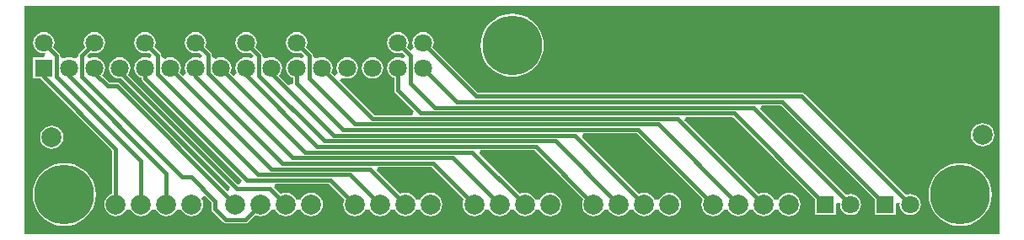
<source format=gtl>
G04 Layer_Physical_Order=1*
G04 Layer_Color=255*
%FSLAX25Y25*%
%MOIN*%
G70*
G01*
G75*
%ADD10C,0.01575*%
%ADD11R,0.07087X0.07087*%
%ADD12C,0.07087*%
%ADD13C,0.07874*%
%ADD14C,0.23622*%
%ADD15C,0.07874*%
G36*
X385827Y0D02*
X0D01*
Y90551D01*
X385827D01*
Y0D01*
D02*
G37*
%LPC*%
G36*
X10827Y42992D02*
X9635Y42835D01*
X8524Y42375D01*
X7570Y41643D01*
X6838Y40689D01*
X6377Y39578D01*
X6221Y38386D01*
X6377Y37194D01*
X6838Y36083D01*
X7570Y35129D01*
X8524Y34397D01*
X9635Y33937D01*
X10827Y33779D01*
X12019Y33937D01*
X13130Y34397D01*
X14084Y35129D01*
X14816Y36083D01*
X15276Y37194D01*
X15433Y38386D01*
X15276Y39578D01*
X14816Y40689D01*
X14084Y41643D01*
X13130Y42375D01*
X12019Y42835D01*
X10827Y42992D01*
D02*
G37*
G36*
X370079Y28227D02*
X368127Y28074D01*
X366222Y27617D01*
X364413Y26867D01*
X362744Y25844D01*
X361255Y24572D01*
X359983Y23083D01*
X358960Y21414D01*
X358210Y19604D01*
X357753Y17700D01*
X357599Y15748D01*
X357753Y13796D01*
X358210Y11892D01*
X358960Y10083D01*
X359983Y8413D01*
X361255Y6924D01*
X362744Y5652D01*
X364413Y4629D01*
X366222Y3880D01*
X368127Y3422D01*
X370079Y3269D01*
X372031Y3422D01*
X373935Y3880D01*
X375744Y4629D01*
X377414Y5652D01*
X378903Y6924D01*
X380175Y8413D01*
X381198Y10083D01*
X381947Y11892D01*
X382405Y13796D01*
X382558Y15748D01*
X382405Y17700D01*
X381947Y19604D01*
X381198Y21414D01*
X380175Y23083D01*
X378903Y24572D01*
X377414Y25844D01*
X375744Y26867D01*
X373935Y27617D01*
X372031Y28074D01*
X370079Y28227D01*
D02*
G37*
G36*
X15748D02*
X13796Y28074D01*
X11892Y27617D01*
X10083Y26867D01*
X8413Y25844D01*
X6924Y24572D01*
X5652Y23083D01*
X4629Y21414D01*
X3880Y19604D01*
X3422Y17700D01*
X3269Y15748D01*
X3422Y13796D01*
X3880Y11892D01*
X4629Y10083D01*
X5652Y8413D01*
X6924Y6924D01*
X8413Y5652D01*
X10083Y4629D01*
X11892Y3880D01*
X13796Y3422D01*
X15748Y3269D01*
X17700Y3422D01*
X19604Y3880D01*
X21414Y4629D01*
X23083Y5652D01*
X24572Y6924D01*
X25844Y8413D01*
X26867Y10083D01*
X27617Y11892D01*
X28074Y13796D01*
X28227Y15748D01*
X28074Y17700D01*
X27617Y19604D01*
X26867Y21414D01*
X25844Y23083D01*
X24572Y24572D01*
X23083Y25844D01*
X21414Y26867D01*
X19604Y27617D01*
X17700Y28074D01*
X15748Y28227D01*
D02*
G37*
G36*
X192913Y87283D02*
X190961Y87129D01*
X189057Y86672D01*
X187248Y85922D01*
X185578Y84899D01*
X184089Y83627D01*
X182817Y82138D01*
X181794Y80469D01*
X181045Y78660D01*
X180588Y76755D01*
X180434Y74803D01*
X180588Y72851D01*
X181045Y70947D01*
X181794Y69138D01*
X182817Y67468D01*
X184089Y65979D01*
X185578Y64707D01*
X187248Y63684D01*
X189057Y62935D01*
X190961Y62477D01*
X192913Y62324D01*
X194866Y62477D01*
X196770Y62935D01*
X198579Y63684D01*
X200249Y64707D01*
X201738Y65979D01*
X203010Y67468D01*
X204033Y69138D01*
X204782Y70947D01*
X205239Y72851D01*
X205393Y74803D01*
X205239Y76755D01*
X204782Y78660D01*
X204033Y80469D01*
X203010Y82138D01*
X201738Y83627D01*
X200249Y84899D01*
X198579Y85922D01*
X196770Y86672D01*
X194866Y87129D01*
X192913Y87283D01*
D02*
G37*
G36*
X157677Y80075D02*
X156588Y79932D01*
X155573Y79511D01*
X154701Y78843D01*
X154032Y77971D01*
X153611Y76956D01*
X153468Y75866D01*
X153611Y74777D01*
X154032Y73762D01*
X152782Y72805D01*
X151470Y74117D01*
X151743Y74777D01*
X151886Y75866D01*
X151743Y76956D01*
X151322Y77971D01*
X150654Y78843D01*
X149782Y79511D01*
X148767Y79932D01*
X147677Y80075D01*
X146588Y79932D01*
X145573Y79511D01*
X144701Y78843D01*
X144032Y77971D01*
X143611Y76956D01*
X143468Y75866D01*
X143611Y74777D01*
X144032Y73762D01*
X144701Y72890D01*
X145573Y72221D01*
X146588Y71800D01*
X147677Y71657D01*
X148767Y71800D01*
X149426Y72074D01*
X150738Y70762D01*
X149782Y69511D01*
X148767Y69932D01*
X147677Y70075D01*
X146588Y69932D01*
X145573Y69511D01*
X144701Y68843D01*
X144032Y67971D01*
X143611Y66956D01*
X143468Y65866D01*
X143611Y64777D01*
X144032Y63762D01*
X144701Y62890D01*
X145573Y62221D01*
X146232Y61948D01*
Y57047D01*
X146342Y56494D01*
X146655Y56025D01*
X153993Y48687D01*
X153391Y47232D01*
X138355D01*
X124616Y60971D01*
X125573Y62221D01*
X126588Y61800D01*
X127677Y61657D01*
X128767Y61800D01*
X129782Y62221D01*
X130654Y62890D01*
X131323Y63762D01*
X131743Y64777D01*
X131886Y65866D01*
X131743Y66956D01*
X131323Y67971D01*
X130654Y68843D01*
X129782Y69511D01*
X128767Y69932D01*
X127677Y70075D01*
X126588Y69932D01*
X125573Y69511D01*
X124701Y68843D01*
X124032Y67971D01*
X123611Y66956D01*
X123468Y65866D01*
X123611Y64777D01*
X124032Y63762D01*
X122782Y62805D01*
X121470Y64117D01*
X121743Y64777D01*
X121886Y65866D01*
X121743Y66956D01*
X121323Y67971D01*
X120654Y68843D01*
X119782Y69511D01*
X118767Y69932D01*
X117677Y70075D01*
X116588Y69932D01*
X115736Y69579D01*
X115102Y69813D01*
X114162Y70414D01*
Y70827D01*
X114052Y71380D01*
X113738Y71849D01*
X111470Y74117D01*
X111743Y74777D01*
X111886Y75866D01*
X111743Y76956D01*
X111322Y77971D01*
X110654Y78843D01*
X109782Y79511D01*
X108767Y79932D01*
X107677Y80075D01*
X106588Y79932D01*
X105573Y79511D01*
X104701Y78843D01*
X104032Y77971D01*
X103611Y76956D01*
X103468Y75866D01*
X103611Y74777D01*
X104032Y73762D01*
X104701Y72890D01*
X105573Y72221D01*
X106588Y71800D01*
X107677Y71657D01*
X108767Y71800D01*
X109426Y72074D01*
X110738Y70762D01*
X109782Y69511D01*
X108767Y69932D01*
X107677Y70075D01*
X106588Y69932D01*
X105573Y69511D01*
X104701Y68843D01*
X104032Y67971D01*
X103611Y66956D01*
X103468Y65866D01*
X103611Y64777D01*
X104032Y63762D01*
X104701Y62890D01*
X105573Y62221D01*
X106232Y61948D01*
Y59744D01*
X104753Y59106D01*
X104402Y59059D01*
X100648Y62813D01*
X100654Y62890D01*
X101322Y63762D01*
X101743Y64777D01*
X101886Y65866D01*
X101743Y66956D01*
X101322Y67971D01*
X100654Y68843D01*
X99782Y69511D01*
X98767Y69932D01*
X97677Y70075D01*
X96588Y69932D01*
X95736Y69579D01*
X95102Y69813D01*
X94162Y70414D01*
Y70827D01*
X94052Y71380D01*
X93738Y71849D01*
X91470Y74117D01*
X91743Y74777D01*
X91886Y75866D01*
X91743Y76956D01*
X91322Y77971D01*
X90654Y78843D01*
X89782Y79511D01*
X88767Y79932D01*
X87677Y80075D01*
X86588Y79932D01*
X85573Y79511D01*
X84701Y78843D01*
X84032Y77971D01*
X83611Y76956D01*
X83468Y75866D01*
X83611Y74777D01*
X84032Y73762D01*
X84701Y72890D01*
X85573Y72221D01*
X86588Y71800D01*
X87677Y71657D01*
X88767Y71800D01*
X89426Y72074D01*
X90738Y70762D01*
X89782Y69511D01*
X88767Y69932D01*
X87677Y70075D01*
X86588Y69932D01*
X85573Y69511D01*
X84701Y68843D01*
X84032Y67971D01*
X83611Y66956D01*
X83468Y65866D01*
X83611Y64777D01*
X84032Y63762D01*
X82782Y62805D01*
X81470Y64117D01*
X81743Y64777D01*
X81886Y65866D01*
X81743Y66956D01*
X81322Y67971D01*
X80654Y68843D01*
X79782Y69511D01*
X78767Y69932D01*
X77677Y70075D01*
X76588Y69932D01*
X75573Y69511D01*
X74083Y70353D01*
Y70906D01*
X73973Y71459D01*
X73660Y71927D01*
X71470Y74117D01*
X71743Y74777D01*
X71886Y75866D01*
X71743Y76956D01*
X71323Y77971D01*
X70654Y78843D01*
X69782Y79511D01*
X68767Y79932D01*
X67677Y80075D01*
X66588Y79932D01*
X65573Y79511D01*
X64701Y78843D01*
X64032Y77971D01*
X63611Y76956D01*
X63468Y75866D01*
X63611Y74777D01*
X64032Y73762D01*
X64701Y72890D01*
X65573Y72221D01*
X66588Y71800D01*
X67677Y71657D01*
X68767Y71800D01*
X69129Y71951D01*
X70244Y70833D01*
X69709Y69613D01*
X69618Y69579D01*
X68767Y69932D01*
X67677Y70075D01*
X66588Y69932D01*
X65573Y69511D01*
X64701Y68843D01*
X64032Y67971D01*
X63611Y66956D01*
X63468Y65866D01*
X63611Y64777D01*
X64032Y63762D01*
X62782Y62805D01*
X61470Y64117D01*
X61743Y64777D01*
X61886Y65866D01*
X61743Y66956D01*
X61322Y67971D01*
X60654Y68843D01*
X59782Y69511D01*
X58767Y69932D01*
X57677Y70075D01*
X56588Y69932D01*
X55573Y69511D01*
X54103Y70368D01*
Y70886D01*
X53993Y71439D01*
X53679Y71908D01*
X51470Y74117D01*
X51743Y74777D01*
X51886Y75866D01*
X51743Y76956D01*
X51323Y77971D01*
X50654Y78843D01*
X49782Y79511D01*
X48767Y79932D01*
X47677Y80075D01*
X46588Y79932D01*
X45573Y79511D01*
X44701Y78843D01*
X44032Y77971D01*
X43611Y76956D01*
X43468Y75866D01*
X43611Y74777D01*
X44032Y73762D01*
X44701Y72890D01*
X45573Y72221D01*
X46588Y71800D01*
X47677Y71657D01*
X48767Y71800D01*
X49227Y71991D01*
X50313Y70903D01*
X49730Y69604D01*
X49638Y69571D01*
X48767Y69932D01*
X47677Y70075D01*
X46588Y69932D01*
X45573Y69511D01*
X44701Y68843D01*
X44032Y67971D01*
X43611Y66956D01*
X43468Y65866D01*
X43611Y64777D01*
X44032Y63762D01*
X44701Y62890D01*
X45573Y62221D01*
X46232Y61948D01*
Y61870D01*
X46342Y61317D01*
X46655Y60848D01*
X85952Y21551D01*
X85352Y19978D01*
X84266Y19844D01*
X40900Y63211D01*
X41322Y63762D01*
X41743Y64777D01*
X41886Y65866D01*
X41743Y66956D01*
X41322Y67971D01*
X40654Y68843D01*
X39782Y69511D01*
X38767Y69932D01*
X37677Y70075D01*
X36588Y69932D01*
X35573Y69511D01*
X34701Y68843D01*
X34032Y67971D01*
X33611Y66956D01*
X33468Y65866D01*
X33611Y64777D01*
X34032Y63762D01*
X34701Y62890D01*
X35573Y62221D01*
X36588Y61800D01*
X37677Y61657D01*
X38286Y61737D01*
X81283Y18740D01*
X80787Y17009D01*
X80368Y16912D01*
X37597Y59683D01*
X37128Y59996D01*
X36575Y60106D01*
X33473D01*
X30669Y62910D01*
X31323Y63762D01*
X31743Y64777D01*
X31886Y65866D01*
X31743Y66956D01*
X31323Y67971D01*
X30654Y68843D01*
X29782Y69511D01*
X28767Y69932D01*
X27677Y70075D01*
X26588Y69932D01*
X25573Y69511D01*
X24616Y70762D01*
X25928Y72074D01*
X26588Y71800D01*
X27677Y71657D01*
X28767Y71800D01*
X29782Y72221D01*
X30654Y72890D01*
X31323Y73762D01*
X31743Y74777D01*
X31886Y75866D01*
X31743Y76956D01*
X31323Y77971D01*
X30654Y78843D01*
X29782Y79511D01*
X28767Y79932D01*
X27677Y80075D01*
X26588Y79932D01*
X25573Y79511D01*
X24701Y78843D01*
X24032Y77971D01*
X23611Y76956D01*
X23468Y75866D01*
X23611Y74777D01*
X23885Y74117D01*
X21616Y71849D01*
X21303Y71380D01*
X21193Y70827D01*
Y70414D01*
X20253Y69813D01*
X19618Y69579D01*
X18767Y69932D01*
X17677Y70075D01*
X16588Y69932D01*
X15717Y69571D01*
X15143Y69778D01*
X14142Y70399D01*
Y70846D01*
X14032Y71399D01*
X13719Y71868D01*
X11470Y74117D01*
X11743Y74777D01*
X11886Y75866D01*
X11743Y76956D01*
X11322Y77971D01*
X10654Y78843D01*
X9782Y79511D01*
X8767Y79932D01*
X7677Y80075D01*
X6588Y79932D01*
X5573Y79511D01*
X4701Y78843D01*
X4032Y77971D01*
X3611Y76956D01*
X3468Y75866D01*
X3611Y74777D01*
X4032Y73762D01*
X4701Y72890D01*
X5573Y72221D01*
X6588Y71800D01*
X7677Y71657D01*
X8229Y71730D01*
X8341Y71614D01*
X7675Y70039D01*
X3504D01*
Y61693D01*
X6380D01*
X6655Y61281D01*
X34736Y33201D01*
Y16156D01*
X33878Y15800D01*
X32924Y15068D01*
X32192Y14114D01*
X31732Y13003D01*
X31575Y11811D01*
X31732Y10619D01*
X32192Y9508D01*
X32924Y8554D01*
X33878Y7822D01*
X34989Y7362D01*
X36181Y7205D01*
X37373Y7362D01*
X38484Y7822D01*
X39438Y8554D01*
X40170Y9508D01*
X40329Y9891D01*
X42033D01*
X42192Y9508D01*
X42924Y8554D01*
X43878Y7822D01*
X44989Y7362D01*
X46181Y7205D01*
X47373Y7362D01*
X48484Y7822D01*
X49438Y8554D01*
X50170Y9508D01*
X50329Y9891D01*
X52033D01*
X52192Y9508D01*
X52924Y8554D01*
X53878Y7822D01*
X54989Y7362D01*
X56181Y7205D01*
X57373Y7362D01*
X58484Y7822D01*
X59438Y8554D01*
X60170Y9508D01*
X60329Y9891D01*
X62033D01*
X62192Y9508D01*
X62924Y8554D01*
X63878Y7822D01*
X64989Y7362D01*
X66181Y7205D01*
X67373Y7362D01*
X68484Y7822D01*
X69438Y8554D01*
X70170Y9508D01*
X70631Y10619D01*
X70788Y11811D01*
X70631Y13003D01*
X70170Y14114D01*
X70039Y14286D01*
X71114Y15471D01*
X71181Y15456D01*
X74047Y12590D01*
Y10039D01*
X74157Y9486D01*
X74470Y9018D01*
X78801Y4687D01*
X79270Y4374D01*
X79823Y4264D01*
X87323D01*
X87876Y4374D01*
X88345Y4687D01*
X91375Y7717D01*
X92233Y7362D01*
X93425Y7205D01*
X94617Y7362D01*
X95728Y7822D01*
X96682Y8554D01*
X97414Y9508D01*
X97573Y9891D01*
X99278D01*
X99436Y9508D01*
X100168Y8554D01*
X101122Y7822D01*
X102233Y7362D01*
X103425Y7205D01*
X104618Y7362D01*
X105728Y7822D01*
X106682Y8554D01*
X107414Y9508D01*
X107573Y9891D01*
X109277D01*
X109436Y9508D01*
X110168Y8554D01*
X111122Y7822D01*
X112233Y7362D01*
X113425Y7205D01*
X114618Y7362D01*
X115728Y7822D01*
X116682Y8554D01*
X117414Y9508D01*
X117875Y10619D01*
X118032Y11811D01*
X117875Y13003D01*
X117414Y14114D01*
X116682Y15068D01*
X115728Y15800D01*
X114618Y16261D01*
X113425Y16417D01*
X112233Y16261D01*
X111122Y15800D01*
X110168Y15068D01*
X109436Y14114D01*
X109277Y13732D01*
X107573D01*
X107414Y14114D01*
X106682Y15068D01*
X105728Y15800D01*
X104618Y16261D01*
X103425Y16417D01*
X102233Y16261D01*
X101375Y15905D01*
X98843Y18437D01*
X99495Y20012D01*
X120425D01*
X126575Y13861D01*
X126220Y13003D01*
X126063Y11811D01*
X126220Y10619D01*
X126680Y9508D01*
X127412Y8554D01*
X128366Y7822D01*
X129477Y7362D01*
X130669Y7205D01*
X131862Y7362D01*
X132973Y7822D01*
X133926Y8554D01*
X134659Y9508D01*
X134817Y9891D01*
X136522D01*
X136680Y9508D01*
X137412Y8554D01*
X138366Y7822D01*
X139477Y7362D01*
X140669Y7205D01*
X141862Y7362D01*
X142973Y7822D01*
X143927Y8554D01*
X144659Y9508D01*
X144817Y9891D01*
X146522D01*
X146680Y9508D01*
X147412Y8554D01*
X148366Y7822D01*
X149477Y7362D01*
X150669Y7205D01*
X151862Y7362D01*
X152972Y7822D01*
X153927Y8554D01*
X154658Y9508D01*
X154817Y9891D01*
X156522D01*
X156680Y9508D01*
X157412Y8554D01*
X158366Y7822D01*
X159477Y7362D01*
X160669Y7205D01*
X161862Y7362D01*
X162972Y7822D01*
X163926Y8554D01*
X164658Y9508D01*
X165119Y10619D01*
X165276Y11811D01*
X165119Y13003D01*
X164658Y14114D01*
X163926Y15068D01*
X162972Y15800D01*
X161862Y16261D01*
X160669Y16417D01*
X159477Y16261D01*
X158366Y15800D01*
X157412Y15068D01*
X156680Y14114D01*
X156522Y13732D01*
X154817D01*
X154658Y14114D01*
X153927Y15068D01*
X152972Y15800D01*
X151862Y16261D01*
X150669Y16417D01*
X149477Y16261D01*
X148619Y15905D01*
X139274Y25250D01*
X139877Y26705D01*
X160976D01*
X173819Y13861D01*
X173464Y13003D01*
X173307Y11811D01*
X173464Y10619D01*
X173924Y9508D01*
X174656Y8554D01*
X175610Y7822D01*
X176721Y7362D01*
X177913Y7205D01*
X179106Y7362D01*
X180217Y7822D01*
X181171Y8554D01*
X181903Y9508D01*
X182061Y9891D01*
X183766D01*
X183924Y9508D01*
X184656Y8554D01*
X185610Y7822D01*
X186721Y7362D01*
X187913Y7205D01*
X189106Y7362D01*
X190217Y7822D01*
X191171Y8554D01*
X191903Y9508D01*
X192061Y9891D01*
X193766D01*
X193924Y9508D01*
X194656Y8554D01*
X195610Y7822D01*
X196721Y7362D01*
X197913Y7205D01*
X199106Y7362D01*
X200217Y7822D01*
X201171Y8554D01*
X201903Y9508D01*
X202061Y9891D01*
X203766D01*
X203924Y9508D01*
X204656Y8554D01*
X205610Y7822D01*
X206721Y7362D01*
X207913Y7205D01*
X209106Y7362D01*
X210217Y7822D01*
X211171Y8554D01*
X211903Y9508D01*
X212363Y10619D01*
X212520Y11811D01*
X212363Y13003D01*
X211903Y14114D01*
X211171Y15068D01*
X210217Y15800D01*
X209106Y16261D01*
X207913Y16417D01*
X206721Y16261D01*
X205610Y15800D01*
X204656Y15068D01*
X203924Y14114D01*
X203766Y13732D01*
X202061D01*
X201903Y14114D01*
X201171Y15068D01*
X200217Y15800D01*
X199106Y16261D01*
X197913Y16417D01*
X196721Y16261D01*
X195863Y15905D01*
X179904Y31864D01*
X180507Y33319D01*
X201606D01*
X221064Y13861D01*
X220708Y13003D01*
X220551Y11811D01*
X220708Y10619D01*
X221168Y9508D01*
X221900Y8554D01*
X222854Y7822D01*
X223965Y7362D01*
X225157Y7205D01*
X226350Y7362D01*
X227461Y7822D01*
X228415Y8554D01*
X229147Y9508D01*
X229305Y9891D01*
X231010D01*
X231168Y9508D01*
X231900Y8554D01*
X232854Y7822D01*
X233965Y7362D01*
X235157Y7205D01*
X236350Y7362D01*
X237461Y7822D01*
X238415Y8554D01*
X239147Y9508D01*
X239305Y9891D01*
X241010D01*
X241168Y9508D01*
X241900Y8554D01*
X242854Y7822D01*
X243965Y7362D01*
X245158Y7205D01*
X246350Y7362D01*
X247461Y7822D01*
X248415Y8554D01*
X249147Y9508D01*
X249305Y9891D01*
X251010D01*
X251168Y9508D01*
X251900Y8554D01*
X252854Y7822D01*
X253965Y7362D01*
X255157Y7205D01*
X256350Y7362D01*
X257461Y7822D01*
X258415Y8554D01*
X259147Y9508D01*
X259607Y10619D01*
X259764Y11811D01*
X259607Y13003D01*
X259147Y14114D01*
X258415Y15068D01*
X257461Y15800D01*
X256350Y16261D01*
X255157Y16417D01*
X253965Y16261D01*
X252854Y15800D01*
X251900Y15068D01*
X251168Y14114D01*
X251010Y13732D01*
X249305D01*
X249147Y14114D01*
X248415Y15068D01*
X247461Y15800D01*
X246350Y16261D01*
X245158Y16417D01*
X243965Y16261D01*
X243107Y15905D01*
X220534Y38478D01*
X221137Y39933D01*
X242236D01*
X268308Y13861D01*
X267952Y13003D01*
X267795Y11811D01*
X267952Y10619D01*
X268412Y9508D01*
X269145Y8554D01*
X270098Y7822D01*
X271209Y7362D01*
X272402Y7205D01*
X273594Y7362D01*
X274705Y7822D01*
X275659Y8554D01*
X276391Y9508D01*
X276549Y9891D01*
X278254D01*
X278412Y9508D01*
X279145Y8554D01*
X280099Y7822D01*
X281209Y7362D01*
X282402Y7205D01*
X283594Y7362D01*
X284705Y7822D01*
X285659Y8554D01*
X286391Y9508D01*
X286549Y9891D01*
X288254D01*
X288412Y9508D01*
X289144Y8554D01*
X290099Y7822D01*
X291209Y7362D01*
X292402Y7205D01*
X293594Y7362D01*
X294705Y7822D01*
X295659Y8554D01*
X296391Y9508D01*
X296549Y9891D01*
X298254D01*
X298412Y9508D01*
X299145Y8554D01*
X300098Y7822D01*
X301209Y7362D01*
X302402Y7205D01*
X303594Y7362D01*
X304705Y7822D01*
X305659Y8554D01*
X306391Y9508D01*
X306851Y10619D01*
X307008Y11811D01*
X306851Y13003D01*
X306391Y14114D01*
X305659Y15068D01*
X304705Y15800D01*
X303594Y16261D01*
X302402Y16417D01*
X301209Y16261D01*
X300098Y15800D01*
X299145Y15068D01*
X298412Y14114D01*
X298254Y13732D01*
X296549D01*
X296391Y14114D01*
X295659Y15068D01*
X294705Y15800D01*
X293594Y16261D01*
X292402Y16417D01*
X291209Y16261D01*
X290351Y15905D01*
X261164Y45092D01*
X261767Y46547D01*
X279992D01*
X312598Y13941D01*
Y7638D01*
X320945D01*
Y12087D01*
X322520Y12695D01*
X322659Y12542D01*
X322563Y11811D01*
X322706Y10722D01*
X323126Y9707D01*
X323795Y8835D01*
X324667Y8166D01*
X325682Y7745D01*
X326772Y7602D01*
X327861Y7745D01*
X328876Y8166D01*
X329748Y8835D01*
X330417Y9707D01*
X330837Y10722D01*
X330981Y11811D01*
X330837Y12900D01*
X330417Y13916D01*
X329748Y14787D01*
X328876Y15456D01*
X327861Y15877D01*
X326772Y16020D01*
X325682Y15877D01*
X325023Y15604D01*
X291007Y49620D01*
X291609Y51075D01*
X299086D01*
X336221Y13941D01*
Y7638D01*
X344567D01*
Y12087D01*
X346142Y12695D01*
X346281Y12542D01*
X346184Y11811D01*
X346328Y10722D01*
X346748Y9706D01*
X347417Y8835D01*
X348289Y8166D01*
X349304Y7745D01*
X350394Y7602D01*
X351483Y7745D01*
X352498Y8166D01*
X353370Y8835D01*
X354039Y9706D01*
X354460Y10722D01*
X354603Y11811D01*
X354460Y12900D01*
X354039Y13916D01*
X353370Y14787D01*
X352498Y15456D01*
X351483Y15877D01*
X350394Y16020D01*
X349304Y15877D01*
X348645Y15604D01*
X308502Y55746D01*
X308033Y56060D01*
X307480Y56170D01*
X179418D01*
X161470Y74117D01*
X161743Y74777D01*
X161886Y75866D01*
X161743Y76956D01*
X161322Y77971D01*
X160654Y78843D01*
X159782Y79511D01*
X158767Y79932D01*
X157677Y80075D01*
D02*
G37*
G36*
X378937Y43977D02*
X377745Y43819D01*
X376634Y43359D01*
X375680Y42627D01*
X374948Y41673D01*
X374488Y40562D01*
X374331Y39370D01*
X374488Y38178D01*
X374948Y37067D01*
X375680Y36113D01*
X376634Y35381D01*
X377745Y34921D01*
X378937Y34764D01*
X380129Y34921D01*
X381240Y35381D01*
X382194Y36113D01*
X382926Y37067D01*
X383386Y38178D01*
X383543Y39370D01*
X383386Y40562D01*
X382926Y41673D01*
X382194Y42627D01*
X381240Y43359D01*
X380129Y43819D01*
X378937Y43977D01*
D02*
G37*
G36*
X137677Y70075D02*
X136588Y69932D01*
X135573Y69511D01*
X134701Y68843D01*
X134032Y67971D01*
X133611Y66956D01*
X133468Y65866D01*
X133611Y64777D01*
X134032Y63762D01*
X134701Y62890D01*
X135573Y62221D01*
X136588Y61800D01*
X137677Y61657D01*
X138767Y61800D01*
X139782Y62221D01*
X140654Y62890D01*
X141323Y63762D01*
X141743Y64777D01*
X141886Y65866D01*
X141743Y66956D01*
X141323Y67971D01*
X140654Y68843D01*
X139782Y69511D01*
X138767Y69932D01*
X137677Y70075D01*
D02*
G37*
%LPD*%
D10*
X171024Y52520D02*
X299685D01*
X340394Y11811D01*
X307480Y54725D02*
X350394Y11811D01*
X178819Y54725D02*
X307480D01*
X157677Y75866D02*
X178819Y54725D01*
X288386Y50197D02*
X326772Y11811D01*
X162402Y50197D02*
X288386D01*
X280591Y47992D02*
X316772Y11811D01*
X156732Y47992D02*
X280591D01*
X258425Y45787D02*
X292402Y11811D01*
X137756Y45787D02*
X258425D01*
X250630Y43583D02*
X282402Y11811D01*
X130728Y43583D02*
X250630D01*
X242835Y41378D02*
X272402Y11811D01*
X126043Y41378D02*
X242835D01*
X217795Y39173D02*
X245158Y11811D01*
X122244Y39173D02*
X217795D01*
X210000Y36968D02*
X235157Y11811D01*
X118543Y36968D02*
X210000D01*
X202205Y34764D02*
X225157Y11811D01*
X115827Y34764D02*
X202205D01*
X157677Y65866D02*
X171024Y52520D01*
X152717Y59882D02*
X162402Y50197D01*
X152717Y59882D02*
Y70827D01*
X147677Y75866D02*
X152717Y70827D01*
X147677Y57047D02*
X156732Y47992D01*
X147677Y57047D02*
Y65866D01*
X97126Y18110D02*
X103425Y11811D01*
X83957Y18110D02*
X97126D01*
X136614Y25866D02*
X150669Y11811D01*
X128819Y23662D02*
X140669Y11811D01*
X92283Y23662D02*
X128819D01*
X97677Y25866D02*
X136614D01*
X57677Y65866D02*
X97677Y25866D01*
X52658Y63288D02*
X92283Y23662D01*
X121024Y21457D02*
X130669Y11811D01*
X88091Y21457D02*
X121024D01*
X47677Y61870D02*
X88091Y21457D01*
X101870Y28150D02*
X161575D01*
X67677Y62343D02*
X101870Y28150D01*
X106161Y30354D02*
X169370D01*
X72638Y63878D02*
X106161Y30354D01*
X87677Y62913D02*
X115827Y34764D01*
X92717Y62795D02*
X118543Y36968D01*
X177165Y32559D02*
X197913Y11811D01*
X169370Y30354D02*
X187913Y11811D01*
X117677Y65866D02*
X137756Y45787D01*
X112717Y61594D02*
X130728Y43583D01*
X107677Y59744D02*
X126043Y41378D01*
X97677Y63740D02*
X122244Y39173D01*
X161575Y28150D02*
X177913Y11811D01*
X47677Y61870D02*
Y65866D01*
X92717Y62795D02*
Y70827D01*
X97677Y63740D02*
Y65866D01*
X107677Y59744D02*
Y65866D01*
X112717Y61594D02*
Y70827D01*
X107677Y75866D02*
X112717Y70827D01*
X87677Y75866D02*
X92717Y70827D01*
X87677Y62913D02*
Y65866D01*
X37677Y64390D02*
X83957Y18110D01*
X72638Y63878D02*
Y70906D01*
X67677Y75866D02*
X72638Y70906D01*
X67677Y62343D02*
Y65866D01*
X52658Y63288D02*
Y70886D01*
X47677Y75866D02*
X52658Y70886D01*
X93425Y11811D02*
Y12776D01*
X37677Y64390D02*
Y65866D01*
X7677Y75866D02*
X12697Y70846D01*
X77677Y65866D02*
X110984Y32559D01*
X111319D02*
X177165D01*
X27677Y65866D02*
X29370D01*
X36575Y58661D02*
X83425Y11811D01*
X22638Y70827D02*
X27677Y75866D01*
X22638Y62500D02*
Y70827D01*
Y62500D02*
X62402Y22736D01*
X65945D01*
X75492Y13189D01*
X27677Y63858D02*
Y65866D01*
Y63858D02*
X32874Y58661D01*
X36575D01*
X87323Y5709D02*
X93425Y11811D01*
X75492Y10039D02*
Y13189D01*
Y10039D02*
X79823Y5709D01*
X87323D01*
X17677Y62638D02*
Y65866D01*
Y62638D02*
X56181Y24134D01*
Y11811D02*
Y24134D01*
X12697Y62500D02*
Y70846D01*
Y62500D02*
X46181Y29016D01*
Y11811D02*
Y29016D01*
X7677Y62303D02*
Y65866D01*
Y62303D02*
X36181Y33799D01*
Y11811D02*
Y33799D01*
D11*
X316772Y11811D02*
D03*
X340394D02*
D03*
X7677Y65866D02*
D03*
D12*
X326772Y11811D02*
D03*
X350394D02*
D03*
X157677Y65866D02*
D03*
X147677D02*
D03*
X137677D02*
D03*
X127677D02*
D03*
X117677D02*
D03*
X107677D02*
D03*
X97677D02*
D03*
X87677D02*
D03*
X77677D02*
D03*
X67677D02*
D03*
X57677D02*
D03*
X47677D02*
D03*
X37677D02*
D03*
X27677D02*
D03*
X17677D02*
D03*
X7677Y75866D02*
D03*
X17677D02*
D03*
X27677D02*
D03*
X37677D02*
D03*
X47677D02*
D03*
X57677D02*
D03*
X67677D02*
D03*
X77677D02*
D03*
X87677D02*
D03*
X97677D02*
D03*
X107677D02*
D03*
X117677D02*
D03*
X127677D02*
D03*
X137677D02*
D03*
X147677D02*
D03*
X157677D02*
D03*
D13*
X66181Y11811D02*
D03*
X56181D02*
D03*
X46181D02*
D03*
X36181D02*
D03*
X113425D02*
D03*
X103425D02*
D03*
X93425D02*
D03*
X83425D02*
D03*
X160669D02*
D03*
X150669D02*
D03*
X140669D02*
D03*
X130669D02*
D03*
X207913D02*
D03*
X197913D02*
D03*
X187913D02*
D03*
X177913D02*
D03*
X255157D02*
D03*
X245158D02*
D03*
X235157D02*
D03*
X225157D02*
D03*
X302402D02*
D03*
X292402D02*
D03*
X282402D02*
D03*
X272402D02*
D03*
D14*
X15748Y15748D02*
D03*
X370079D02*
D03*
X192913Y74803D02*
D03*
D15*
X10827Y50197D02*
D03*
Y38386D02*
D03*
X378937Y49370D02*
D03*
Y39370D02*
D03*
M02*

</source>
